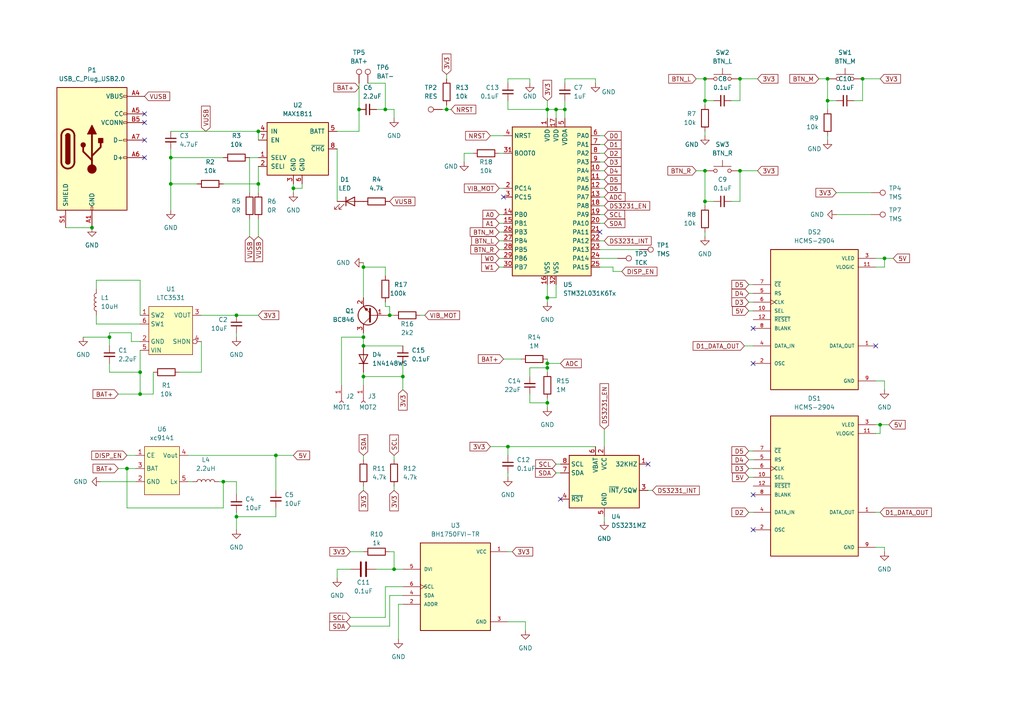
<source format=kicad_sch>
(kicad_sch (version 20230121) (generator eeschema)
  (paper "A4")
  (junction (at 68.58 91.44))
  (junction (at 105.41 77.47))
  (junction (at 31.75 97.79))
  (junction (at 111.76 31.75))
  (junction (at 256.54 74.93))
  (junction (at 113.03 91.44))
  (junction (at 240.03 22.86))
  (junction (at 163.83 31.75))
  (junction (at 85.09 54.61))
  (junction (at 105.41 109.22))
  (junction (at 158.75 116.84))
  (junction (at 26.67 66.04))
  (junction (at 158.75 106.68))
  (junction (at 204.47 49.53))
  (junction (at 36.83 135.89))
  (junction (at 255.27 123.19))
  (junction (at 129.54 31.75))
  (junction (at 204.47 22.86))
  (junction (at 105.41 97.79))
  (junction (at 158.75 105.41))
  (junction (at 240.03 29.21))
  (junction (at 49.53 53.34))
  (junction (at 204.47 29.21))
  (junction (at 80.01 132.08))
  (junction (at 64.77 139.7))
  (junction (at 74.93 53.34))
  (junction (at 68.58 149.86))
  (junction (at 114.3 165.1))
  (junction (at 116.84 109.22))
  (junction (at 74.93 38.1))
  (junction (at 147.32 129.54))
  (junction (at 104.14 31.75))
  (junction (at 204.47 58.42))
  (junction (at 105.41 100.33))
  (junction (at 40.64 107.95))
  (junction (at 161.29 31.75))
  (junction (at 214.63 22.86))
  (junction (at 49.53 45.72))
  (junction (at 214.63 49.53))
  (junction (at 158.75 86.36))
  (junction (at 40.64 114.3))
  (junction (at 250.19 22.86))
  (junction (at 158.75 31.75))
  (no_connect (at 41.91 45.72))
  (no_connect (at 41.91 40.64))
  (no_connect (at 218.44 95.25))
  (no_connect (at 187.96 134.62))
  (no_connect (at 162.56 144.78))
  (no_connect (at 218.44 105.41))
  (no_connect (at 218.44 143.51))
  (no_connect (at 146.05 57.15))
  (no_connect (at 41.91 33.02))
  (no_connect (at 254 100.33))
  (no_connect (at 218.44 153.67))
  (no_connect (at 41.91 35.56))
  (no_connect (at 173.99 67.31))
  (wire (pts (xy 175.26 41.91) (xy 173.99 41.91)))
  (wire (pts (xy 217.17 138.43) (xy 218.44 138.43)))
  (wire (pts (xy 201.93 22.86) (xy 204.47 22.86)))
  (wire (pts (xy 111.76 24.13) (xy 106.68 24.13)))
  (wire (pts (xy 147.32 29.21) (xy 147.32 31.75)))
  (wire (pts (xy 40.64 93.98) (xy 27.94 93.98)))
  (wire (pts (xy 31.75 97.79) (xy 31.75 100.33)))
  (wire (pts (xy 175.26 64.77) (xy 173.99 64.77)))
  (wire (pts (xy 72.39 63.5) (xy 72.39 68.58)))
  (wire (pts (xy 64.77 139.7) (xy 64.77 147.32)))
  (wire (pts (xy 217.17 85.09) (xy 218.44 85.09)))
  (wire (pts (xy 74.93 63.5) (xy 74.93 68.58)))
  (wire (pts (xy 104.14 38.1) (xy 104.14 31.75)))
  (wire (pts (xy 158.75 116.84) (xy 158.75 115.57)))
  (wire (pts (xy 173.99 77.47) (xy 177.8 77.47)))
  (wire (pts (xy 74.93 45.72) (xy 72.39 45.72)))
  (wire (pts (xy 105.41 77.47) (xy 105.41 86.36)))
  (wire (pts (xy 175.26 46.99) (xy 173.99 46.99)))
  (wire (pts (xy 116.84 105.41) (xy 116.84 109.22)))
  (wire (pts (xy 175.26 62.23) (xy 173.99 62.23)))
  (wire (pts (xy 64.77 139.7) (xy 68.58 139.7)))
  (wire (pts (xy 85.09 132.08) (xy 80.01 132.08)))
  (wire (pts (xy 40.64 81.28) (xy 40.64 91.44)))
  (wire (pts (xy 129.54 21.59) (xy 129.54 22.86)))
  (wire (pts (xy 38.1 99.06) (xy 38.1 96.52)))
  (wire (pts (xy 49.53 60.96) (xy 49.53 53.34)))
  (wire (pts (xy 247.65 29.21) (xy 250.19 29.21)))
  (wire (pts (xy 101.6 181.61) (xy 113.03 181.61)))
  (wire (pts (xy 85.09 54.61) (xy 85.09 55.88)))
  (wire (pts (xy 105.41 96.52) (xy 105.41 97.79)))
  (wire (pts (xy 158.75 105.41) (xy 158.75 106.68)))
  (wire (pts (xy 31.75 96.52) (xy 38.1 96.52)))
  (wire (pts (xy 113.03 88.9) (xy 113.03 91.44)))
  (wire (pts (xy 256.54 77.47) (xy 256.54 74.93)))
  (wire (pts (xy 163.83 29.21) (xy 163.83 31.75)))
  (wire (pts (xy 161.29 134.62) (xy 162.56 134.62)))
  (wire (pts (xy 256.54 110.49) (xy 254 110.49)))
  (wire (pts (xy 144.78 64.77) (xy 146.05 64.77)))
  (wire (pts (xy 217.17 90.17) (xy 218.44 90.17)))
  (wire (pts (xy 144.78 62.23) (xy 146.05 62.23)))
  (wire (pts (xy 105.41 76.2) (xy 105.41 77.47)))
  (wire (pts (xy 49.53 45.72) (xy 64.77 45.72)))
  (wire (pts (xy 153.67 114.3) (xy 153.67 116.84)))
  (wire (pts (xy 153.67 116.84) (xy 158.75 116.84)))
  (wire (pts (xy 175.26 54.61) (xy 173.99 54.61)))
  (wire (pts (xy 63.5 139.7) (xy 64.77 139.7)))
  (wire (pts (xy 105.41 97.79) (xy 105.41 100.33)))
  (wire (pts (xy 44.45 107.95) (xy 44.45 114.3)))
  (wire (pts (xy 128.27 31.75) (xy 129.54 31.75)))
  (wire (pts (xy 68.58 97.79) (xy 68.58 96.52)))
  (wire (pts (xy 242.57 55.88) (xy 252.73 55.88)))
  (wire (pts (xy 31.75 105.41) (xy 31.75 107.95)))
  (wire (pts (xy 204.47 29.21) (xy 207.01 29.21)))
  (wire (pts (xy 27.94 93.98) (xy 27.94 91.44)))
  (wire (pts (xy 148.59 160.02) (xy 147.32 160.02)))
  (wire (pts (xy 240.03 22.86) (xy 240.03 29.21)))
  (wire (pts (xy 44.45 114.3) (xy 40.64 114.3)))
  (wire (pts (xy 36.83 147.32) (xy 36.83 135.89)))
  (wire (pts (xy 68.58 148.59) (xy 68.58 149.86)))
  (wire (pts (xy 116.84 109.22) (xy 116.84 113.03)))
  (wire (pts (xy 214.63 49.53) (xy 219.71 49.53)))
  (wire (pts (xy 54.61 139.7) (xy 55.88 139.7)))
  (wire (pts (xy 114.3 165.1) (xy 116.84 165.1)))
  (wire (pts (xy 172.72 22.86) (xy 163.83 22.86)))
  (wire (pts (xy 144.78 54.61) (xy 146.05 54.61)))
  (wire (pts (xy 204.47 49.53) (xy 201.93 49.53)))
  (wire (pts (xy 116.84 109.22) (xy 105.41 109.22)))
  (wire (pts (xy 64.77 147.32) (xy 36.83 147.32)))
  (wire (pts (xy 111.76 77.47) (xy 105.41 77.47)))
  (wire (pts (xy 212.09 29.21) (xy 214.63 29.21)))
  (wire (pts (xy 31.75 97.79) (xy 31.75 96.52)))
  (wire (pts (xy 97.79 38.1) (xy 104.14 38.1)))
  (wire (pts (xy 49.53 53.34) (xy 57.15 53.34)))
  (wire (pts (xy 52.07 107.95) (xy 58.42 107.95)))
  (wire (pts (xy 189.23 142.24) (xy 187.96 142.24)))
  (wire (pts (xy 147.32 138.43) (xy 147.32 137.16)))
  (wire (pts (xy 214.63 29.21) (xy 214.63 22.86)))
  (wire (pts (xy 49.53 45.72) (xy 49.53 43.18)))
  (wire (pts (xy 31.75 107.95) (xy 40.64 107.95)))
  (wire (pts (xy 217.17 133.35) (xy 218.44 133.35)))
  (wire (pts (xy 204.47 22.86) (xy 204.47 29.21)))
  (wire (pts (xy 68.58 139.7) (xy 68.58 143.51)))
  (wire (pts (xy 68.58 91.44) (xy 58.42 91.44)))
  (wire (pts (xy 80.01 147.32) (xy 80.01 149.86)))
  (wire (pts (xy 74.93 91.44) (xy 68.58 91.44)))
  (wire (pts (xy 111.76 87.63) (xy 111.76 88.9)))
  (wire (pts (xy 64.77 53.34) (xy 74.93 53.34)))
  (wire (pts (xy 256.54 74.93) (xy 259.08 74.93)))
  (wire (pts (xy 175.26 59.69) (xy 173.99 59.69)))
  (wire (pts (xy 24.13 97.79) (xy 31.75 97.79)))
  (wire (pts (xy 204.47 49.53) (xy 204.47 58.42)))
  (wire (pts (xy 109.22 31.75) (xy 111.76 31.75)))
  (wire (pts (xy 49.53 38.1) (xy 74.93 38.1)))
  (wire (pts (xy 175.26 151.13) (xy 175.26 149.86)))
  (wire (pts (xy 177.8 77.47) (xy 177.8 78.74)))
  (wire (pts (xy 105.41 109.22) (xy 105.41 111.76)))
  (wire (pts (xy 254 77.47) (xy 256.54 77.47)))
  (wire (pts (xy 175.26 52.07) (xy 173.99 52.07)))
  (wire (pts (xy 237.49 22.86) (xy 240.03 22.86)))
  (wire (pts (xy 256.54 158.75) (xy 254 158.75)))
  (wire (pts (xy 240.03 40.64) (xy 240.03 39.37)))
  (wire (pts (xy 105.41 100.33) (xy 116.84 100.33)))
  (wire (pts (xy 153.67 22.86) (xy 147.32 22.86)))
  (wire (pts (xy 175.26 39.37) (xy 173.99 39.37)))
  (wire (pts (xy 105.41 132.08) (xy 105.41 133.35)))
  (wire (pts (xy 217.17 87.63) (xy 218.44 87.63)))
  (wire (pts (xy 214.63 22.86) (xy 219.71 22.86)))
  (wire (pts (xy 161.29 31.75) (xy 163.83 31.75)))
  (wire (pts (xy 146.05 104.14) (xy 151.13 104.14)))
  (wire (pts (xy 240.03 29.21) (xy 242.57 29.21)))
  (wire (pts (xy 115.57 175.26) (xy 115.57 185.42)))
  (wire (pts (xy 163.83 31.75) (xy 163.83 34.29)))
  (wire (pts (xy 111.76 170.18) (xy 116.84 170.18)))
  (wire (pts (xy 105.41 97.79) (xy 99.06 97.79)))
  (wire (pts (xy 158.75 118.11) (xy 158.75 116.84)))
  (wire (pts (xy 114.3 160.02) (xy 114.3 165.1)))
  (wire (pts (xy 134.62 46.99) (xy 134.62 44.45)))
  (wire (pts (xy 36.83 132.08) (xy 39.37 132.08)))
  (wire (pts (xy 68.58 149.86) (xy 68.58 153.67)))
  (wire (pts (xy 105.41 142.24) (xy 105.41 140.97)))
  (wire (pts (xy 144.78 74.93) (xy 146.05 74.93)))
  (wire (pts (xy 158.75 105.41) (xy 162.56 105.41)))
  (wire (pts (xy 34.29 135.89) (xy 36.83 135.89)))
  (wire (pts (xy 114.3 142.24) (xy 114.3 140.97)))
  (wire (pts (xy 240.03 31.75) (xy 240.03 29.21)))
  (wire (pts (xy 215.9 100.33) (xy 218.44 100.33)))
  (wire (pts (xy 104.14 31.75) (xy 104.14 24.13)))
  (wire (pts (xy 185.42 72.39) (xy 173.99 72.39)))
  (wire (pts (xy 129.54 31.75) (xy 130.81 31.75)))
  (wire (pts (xy 109.22 165.1) (xy 114.3 165.1)))
  (wire (pts (xy 74.93 38.1) (xy 74.93 40.64)))
  (wire (pts (xy 99.06 97.79) (xy 99.06 111.76)))
  (wire (pts (xy 129.54 30.48) (xy 129.54 31.75)))
  (wire (pts (xy 161.29 31.75) (xy 158.75 31.75)))
  (wire (pts (xy 49.53 53.34) (xy 49.53 45.72)))
  (wire (pts (xy 34.29 114.3) (xy 40.64 114.3)))
  (wire (pts (xy 147.32 129.54) (xy 147.32 132.08)))
  (wire (pts (xy 105.41 109.22) (xy 105.41 107.95)))
  (wire (pts (xy 250.19 22.86) (xy 255.27 22.86)))
  (wire (pts (xy 134.62 44.45) (xy 137.16 44.45)))
  (wire (pts (xy 19.05 66.04) (xy 26.67 66.04)))
  (wire (pts (xy 175.26 124.46) (xy 175.26 129.54)))
  (wire (pts (xy 142.24 129.54) (xy 147.32 129.54)))
  (wire (pts (xy 255.27 148.59) (xy 254 148.59)))
  (wire (pts (xy 175.26 69.85) (xy 173.99 69.85)))
  (wire (pts (xy 142.24 39.37) (xy 146.05 39.37)))
  (wire (pts (xy 74.93 48.26) (xy 74.93 53.34)))
  (wire (pts (xy 113.03 172.72) (xy 116.84 172.72)))
  (wire (pts (xy 80.01 149.86) (xy 68.58 149.86)))
  (wire (pts (xy 161.29 137.16) (xy 162.56 137.16)))
  (wire (pts (xy 158.75 82.55) (xy 158.75 86.36)))
  (wire (pts (xy 214.63 58.42) (xy 214.63 49.53)))
  (wire (pts (xy 113.03 91.44) (xy 114.3 91.44)))
  (wire (pts (xy 97.79 167.64) (xy 97.79 165.1)))
  (wire (pts (xy 254 123.19) (xy 255.27 123.19)))
  (wire (pts (xy 111.76 88.9) (xy 113.03 88.9)))
  (wire (pts (xy 217.17 130.81) (xy 218.44 130.81)))
  (wire (pts (xy 101.6 179.07) (xy 111.76 179.07)))
  (wire (pts (xy 27.94 83.82) (xy 27.94 81.28)))
  (wire (pts (xy 144.78 77.47) (xy 146.05 77.47)))
  (wire (pts (xy 158.75 31.75) (xy 158.75 34.29)))
  (wire (pts (xy 179.07 74.93) (xy 173.99 74.93)))
  (wire (pts (xy 172.72 24.13) (xy 172.72 22.86)))
  (wire (pts (xy 111.76 179.07) (xy 111.76 170.18)))
  (wire (pts (xy 161.29 31.75) (xy 161.29 34.29)))
  (wire (pts (xy 58.42 99.06) (xy 58.42 107.95)))
  (wire (pts (xy 144.78 72.39) (xy 146.05 72.39)))
  (wire (pts (xy 101.6 160.02) (xy 105.41 160.02)))
  (wire (pts (xy 74.93 53.34) (xy 74.93 55.88)))
  (wire (pts (xy 254 74.93) (xy 256.54 74.93)))
  (wire (pts (xy 153.67 106.68) (xy 158.75 106.68)))
  (wire (pts (xy 204.47 68.58) (xy 204.47 67.31)))
  (wire (pts (xy 217.17 82.55) (xy 218.44 82.55)))
  (wire (pts (xy 158.75 29.21) (xy 158.75 31.75)))
  (wire (pts (xy 158.75 104.14) (xy 158.75 105.41)))
  (wire (pts (xy 113.03 181.61) (xy 113.03 172.72)))
  (wire (pts (xy 72.39 45.72) (xy 72.39 55.88)))
  (wire (pts (xy 175.26 44.45) (xy 173.99 44.45)))
  (wire (pts (xy 111.76 31.75) (xy 111.76 24.13)))
  (wire (pts (xy 158.75 106.68) (xy 158.75 107.95)))
  (wire (pts (xy 97.79 58.42) (xy 97.79 43.18)))
  (wire (pts (xy 204.47 30.48) (xy 204.47 29.21)))
  (wire (pts (xy 80.01 132.08) (xy 54.61 132.08)))
  (wire (pts (xy 27.94 81.28) (xy 40.64 81.28)))
  (wire (pts (xy 158.75 86.36) (xy 158.75 87.63)))
  (wire (pts (xy 40.64 101.6) (xy 40.64 107.95)))
  (wire (pts (xy 175.26 49.53) (xy 173.99 49.53)))
  (wire (pts (xy 250.19 29.21) (xy 250.19 22.86)))
  (wire (pts (xy 114.3 34.29) (xy 114.3 31.75)))
  (wire (pts (xy 217.17 135.89) (xy 218.44 135.89)))
  (wire (pts (xy 212.09 58.42) (xy 214.63 58.42)))
  (wire (pts (xy 256.54 113.03) (xy 256.54 110.49)))
  (wire (pts (xy 97.79 165.1) (xy 101.6 165.1)))
  (wire (pts (xy 255.27 125.73) (xy 255.27 123.19)))
  (wire (pts (xy 152.4 182.88) (xy 152.4 180.34)))
  (wire (pts (xy 204.47 39.37) (xy 204.47 38.1)))
  (wire (pts (xy 161.29 82.55) (xy 161.29 86.36)))
  (wire (pts (xy 80.01 132.08) (xy 80.01 142.24)))
  (wire (pts (xy 175.26 57.15) (xy 173.99 57.15)))
  (wire (pts (xy 114.3 132.08) (xy 114.3 133.35)))
  (wire (pts (xy 153.67 109.22) (xy 153.67 106.68)))
  (wire (pts (xy 144.78 67.31) (xy 146.05 67.31)))
  (wire (pts (xy 217.17 148.59) (xy 218.44 148.59)))
  (wire (pts (xy 40.64 99.06) (xy 38.1 99.06)))
  (wire (pts (xy 163.83 22.86) (xy 163.83 24.13)))
  (wire (pts (xy 116.84 175.26) (xy 115.57 175.26)))
  (wire (pts (xy 147.32 22.86) (xy 147.32 24.13)))
  (wire (pts (xy 40.64 107.95) (xy 40.64 114.3)))
  (wire (pts (xy 113.03 160.02) (xy 114.3 160.02)))
  (wire (pts (xy 87.63 54.61) (xy 85.09 54.61)))
  (wire (pts (xy 254 125.73) (xy 255.27 125.73)))
  (wire (pts (xy 256.54 160.02) (xy 256.54 158.75)))
  (wire (pts (xy 153.67 24.13) (xy 153.67 22.86)))
  (wire (pts (xy 147.32 129.54) (xy 172.72 129.54)))
  (wire (pts (xy 147.32 31.75) (xy 158.75 31.75)))
  (wire (pts (xy 255.27 123.19) (xy 257.81 123.19)))
  (wire (pts (xy 87.63 53.34) (xy 87.63 54.61)))
  (wire (pts (xy 204.47 58.42) (xy 207.01 58.42)))
  (wire (pts (xy 144.78 69.85) (xy 146.05 69.85)))
  (wire (pts (xy 85.09 53.34) (xy 85.09 54.61)))
  (wire (pts (xy 36.83 135.89) (xy 39.37 135.89)))
  (wire (pts (xy 114.3 31.75) (xy 111.76 31.75)))
  (wire (pts (xy 29.21 139.7) (xy 39.37 139.7)))
  (wire (pts (xy 177.8 78.74) (xy 180.34 78.74)))
  (wire (pts (xy 161.29 86.36) (xy 158.75 86.36)))
  (wire (pts (xy 204.47 59.69) (xy 204.47 58.42)))
  (wire (pts (xy 242.57 62.23) (xy 252.73 62.23)))
  (wire (pts (xy 152.4 180.34) (xy 147.32 180.34)))
  (wire (pts (xy 144.78 44.45) (xy 146.05 44.45)))
  (wire (pts (xy 111.76 80.01) (xy 111.76 77.47)))
  (wire (pts (xy 123.19 91.44) (xy 121.92 91.44)))
  (global_label "DS3231_EN" (shape input) (at 175.26 59.69 0) (property "Intersheetrefs" "${INTERSHEET_REFS}" (effects hide)))
  (global_label "D1_DATA_OUT" (shape input) (at 255.27 148.59 0) (property "Intersheetrefs" "${INTERSHEET_REFS}" (effects hide)))
  (global_label "DS3231_EN" (shape input) (at 175.26 124.46 90) (property "Intersheetrefs" "${INTERSHEET_REFS}" (effects hide)))
  (global_label "D4" (shape input) (at 217.17 133.35 180) (property "Intersheetrefs" "${INTERSHEET_REFS}" (effects hide)))
  (global_label "3V3" (shape input) (at 116.84 113.03 270) (property "Intersheetrefs" "${INTERSHEET_REFS}" (effects hide)))
  (global_label "5V" (shape input) (at 85.09 132.08 0) (property "Intersheetrefs" "${INTERSHEET_REFS}" (effects hide)))
  (global_label "3V3" (shape input) (at 148.59 160.02 0) (property "Intersheetrefs" "${INTERSHEET_REFS}" (effects hide)))
  (global_label "VUSB" (shape input) (at 41.91 27.94 0) (property "Intersheetrefs" "${INTERSHEET_REFS}" (effects hide)))
  (global_label "3V3" (shape input) (at 242.57 55.88 180) (property "Intersheetrefs" "${INTERSHEET_REFS}" (effects hide)))
  (global_label "3V3" (shape input) (at 74.93 91.44 0) (property "Intersheetrefs" "${INTERSHEET_REFS}" (effects hide)))
  (global_label "D1" (shape input) (at 175.26 41.91 0) (property "Intersheetrefs" "${INTERSHEET_REFS}" (effects hide)))
  (global_label "D0" (shape input) (at 175.26 39.37 0) (property "Intersheetrefs" "${INTERSHEET_REFS}" (effects hide)))
  (global_label "D5" (shape input) (at 217.17 130.81 180) (property "Intersheetrefs" "${INTERSHEET_REFS}" (effects hide)))
  (global_label "3V3" (shape input) (at 129.54 21.59 90) (property "Intersheetrefs" "${INTERSHEET_REFS}" (effects hide)))
  (global_label "SCL" (shape input) (at 175.26 62.23 0) (property "Intersheetrefs" "${INTERSHEET_REFS}" (effects hide)))
  (global_label "BTN_R" (shape input) (at 201.93 49.53 180) (property "Intersheetrefs" "${INTERSHEET_REFS}" (effects hide)))
  (global_label "ADC" (shape input) (at 175.26 57.15 0) (property "Intersheetrefs" "${INTERSHEET_REFS}" (effects hide)))
  (global_label "3V3" (shape input) (at 105.41 142.24 270) (property "Intersheetrefs" "${INTERSHEET_REFS}" (effects hide)))
  (global_label "D1_DATA_OUT" (shape input) (at 215.9 100.33 180) (property "Intersheetrefs" "${INTERSHEET_REFS}" (effects hide)))
  (global_label "SCL" (shape input) (at 101.6 179.07 180) (property "Intersheetrefs" "${INTERSHEET_REFS}" (effects hide)))
  (global_label "D2" (shape input) (at 217.17 148.59 180) (property "Intersheetrefs" "${INTERSHEET_REFS}" (effects hide)))
  (global_label "D3" (shape input) (at 217.17 87.63 180) (property "Intersheetrefs" "${INTERSHEET_REFS}" (effects hide)))
  (global_label "SCL" (shape input) (at 114.3 132.08 90) (property "Intersheetrefs" "${INTERSHEET_REFS}" (effects hide)))
  (global_label "3V3" (shape input) (at 255.27 22.86 0) (property "Intersheetrefs" "${INTERSHEET_REFS}" (effects hide)))
  (global_label "3V3" (shape input) (at 142.24 129.54 180) (property "Intersheetrefs" "${INTERSHEET_REFS}" (effects hide)))
  (global_label "5V" (shape input) (at 217.17 90.17 180) (property "Intersheetrefs" "${INTERSHEET_REFS}" (effects hide)))
  (global_label "3V3" (shape input) (at 219.71 49.53 0) (property "Intersheetrefs" "${INTERSHEET_REFS}" (effects hide)))
  (global_label "SCL" (shape input) (at 161.29 134.62 180) (property "Intersheetrefs" "${INTERSHEET_REFS}" (effects hide)))
  (global_label "W1" (shape input) (at 144.78 77.47 180) (property "Intersheetrefs" "${INTERSHEET_REFS}" (effects hide)))
  (global_label "3V3" (shape input) (at 114.3 142.24 270) (property "Intersheetrefs" "${INTERSHEET_REFS}" (effects hide)))
  (global_label "SDA" (shape input) (at 175.26 64.77 0) (property "Intersheetrefs" "${INTERSHEET_REFS}" (effects hide)))
  (global_label "ADC" (shape input) (at 162.56 105.41 0) (property "Intersheetrefs" "${INTERSHEET_REFS}" (effects hide)))
  (global_label "A0" (shape input) (at 144.78 62.23 180) (property "Intersheetrefs" "${INTERSHEET_REFS}" (effects hide)))
  (global_label "DISP_EN" (shape input) (at 180.34 78.74 0) (property "Intersheetrefs" "${INTERSHEET_REFS}" (effects hide)))
  (global_label "BTN_R" (shape input) (at 144.78 72.39 180) (property "Intersheetrefs" "${INTERSHEET_REFS}" (effects hide)))
  (global_label "D3" (shape input) (at 175.26 46.99 0) (property "Intersheetrefs" "${INTERSHEET_REFS}" (effects hide)))
  (global_label "BAT+" (shape input) (at 34.29 135.89 180) (property "Intersheetrefs" "${INTERSHEET_REFS}" (effects hide)))
  (global_label "VUSB" (shape input) (at 59.69 38.1 90) (property "Intersheetrefs" "${INTERSHEET_REFS}" (effects hide)))
  (global_label "NRST" (shape input) (at 142.24 39.37 180) (property "Intersheetrefs" "${INTERSHEET_REFS}" (effects hide)))
  (global_label "VIB_MOT" (shape input) (at 123.19 91.44 0) (property "Intersheetrefs" "${INTERSHEET_REFS}" (effects hide)))
  (global_label "BAT+" (shape input) (at 34.29 114.3 180) (property "Intersheetrefs" "${INTERSHEET_REFS}" (effects hide)))
  (global_label "BAT+" (shape input) (at 104.14 25.4 180) (property "Intersheetrefs" "${INTERSHEET_REFS}" (effects hide)))
  (global_label "D5" (shape input) (at 217.17 82.55 180) (property "Intersheetrefs" "${INTERSHEET_REFS}" (effects hide)))
  (global_label "D6" (shape input) (at 175.26 54.61 0) (property "Intersheetrefs" "${INTERSHEET_REFS}" (effects hide)))
  (global_label "BTN_M" (shape input) (at 144.78 67.31 180) (property "Intersheetrefs" "${INTERSHEET_REFS}" (effects hide)))
  (global_label "VIB_MOT" (shape input) (at 144.78 54.61 180) (property "Intersheetrefs" "${INTERSHEET_REFS}" (effects hide)))
  (global_label "3V3" (shape input) (at 158.75 29.21 90) (property "Intersheetrefs" "${INTERSHEET_REFS}" (effects hide)))
  (global_label "DISP_EN" (shape input) (at 36.83 132.08 180) (property "Intersheetrefs" "${INTERSHEET_REFS}" (effects hide)))
  (global_label "5V" (shape input) (at 259.08 74.93 0) (property "Intersheetrefs" "${INTERSHEET_REFS}" (effects hide)))
  (global_label "BTN_L" (shape input) (at 144.78 69.85 180) (property "Intersheetrefs" "${INTERSHEET_REFS}" (effects hide)))
  (global_label "DS3231_INT" (shape input) (at 189.23 142.24 0) (property "Intersheetrefs" "${INTERSHEET_REFS}" (effects hide)))
  (global_label "A1" (shape input) (at 144.78 64.77 180) (property "Intersheetrefs" "${INTERSHEET_REFS}" (effects hide)))
  (global_label "5V" (shape input) (at 257.81 123.19 0) (property "Intersheetrefs" "${INTERSHEET_REFS}" (effects hide)))
  (global_label "DS3231_INT" (shape input) (at 175.26 69.85 0) (property "Intersheetrefs" "${INTERSHEET_REFS}" (effects hide)))
  (global_label "3V3" (shape input) (at 101.6 160.02 180) (property "Intersheetrefs" "${INTERSHEET_REFS}" (effects hide)))
  (global_label "NRST" (shape input) (at 130.81 31.75 0) (property "Intersheetrefs" "${INTERSHEET_REFS}" (effects hide)))
  (global_label "BTN_L" (shape input) (at 201.93 22.86 180) (property "Intersheetrefs" "${INTERSHEET_REFS}" (effects hide)))
  (global_label "SDA" (shape input) (at 105.41 132.08 90) (property "Intersheetrefs" "${INTERSHEET_REFS}" (effects hide)))
  (global_label "BAT+" (shape input) (at 146.05 104.14 180) (property "Intersheetrefs" "${INTERSHEET_REFS}" (effects hide)))
  (global_label "VUSB" (shape input) (at 113.03 58.42 0) (property "Intersheetrefs" "${INTERSHEET_REFS}" (effects hide)))
  (global_label "W0" (shape input) (at 144.78 74.93 180) (property "Intersheetrefs" "${INTERSHEET_REFS}" (effects hide)))
  (global_label "BTN_M" (shape input) (at 237.49 22.86 180) (property "Intersheetrefs" "${INTERSHEET_REFS}" (effects hide)))
  (global_label "5V" (shape input) (at 217.17 138.43 180) (property "Intersheetrefs" "${INTERSHEET_REFS}" (effects hide)))
  (global_label "D4" (shape input) (at 217.17 85.09 180) (property "Intersheetrefs" "${INTERSHEET_REFS}" (effects hide)))
  (global_label "D5" (shape input) (at 175.26 52.07 0) (property "Intersheetrefs" "${INTERSHEET_REFS}" (effects hide)))
  (global_label "VUSB" (shape input) (at 74.93 68.58 270) (property "Intersheetrefs" "${INTERSHEET_REFS}" (effects hide)))
  (global_label "SDA" (shape input) (at 161.29 137.16 180) (property "Intersheetrefs" "${INTERSHEET_REFS}" (effects hide)))
  (global_label "D3" (shape input) (at 217.17 135.89 180) (property "Intersheetrefs" "${INTERSHEET_REFS}" (effects hide)))
  (global_label "D4" (shape input) (at 175.26 49.53 0) (property "Intersheetrefs" "${INTERSHEET_REFS}" (effects hide)))
  (global_label "VUSB" (shape input) (at 72.39 68.58 270) (property "Intersheetrefs" "${INTERSHEET_REFS}" (effects hide)))
  (global_label "SDA" (shape input) (at 101.6 181.61 180) (property "Intersheetrefs" "${INTERSHEET_REFS}" (effects hide)))
  (global_label "D2" (shape input) (at 175.26 44.45 0) (property "Intersheetrefs" "${INTERSHEET_REFS}" (effects hide)))
  (global_label "3V3" (shape input) (at 219.71 22.86 0) (property "Intersheetrefs" "${INTERSHEET_REFS}" (effects hide)))
  (symbol (lib_id "Device:R") (at 154.94 104.14 90) (unit 1)
    (property "Reference" "R14" (at 154.94 97.79 90))
    (property "Value" "1M" (at 154.94 100.33 90))
    (property "Footprint" "Resistor_SMD:R_0603_1608Metric_Pad0.98x0.95mm_HandSolder" (effects hide))
  )
  (symbol (lib_id "Device:C_Small") (at 245.11 29.21 270) (unit 1)
    (property "Reference" "C10" (at 245.1036 22.86 90))
    (property "Value" "0.1uF" (at 245.1036 25.4 90))
    (property "Footprint" "Capacitor_SMD:C_0603_1608Metric_Pad1.08x0.95mm_HandSolder" (effects hide))
  )
  (symbol (lib_id "Device:R") (at 114.3 137.16 0) (unit 1)
    (property "Reference" "R12" (at 116.84 135.8899 0) (effects (justify left)))
    (property "Value" "4.7k" (at 116.84 138.4299 0) (effects (justify left)))
    (property "Footprint" "Resistor_SMD:R_0603_1608Metric_Pad0.98x0.95mm_HandSolder" (effects hide))
  )
  (symbol (lib_id "power:GND") (at 114.3 34.29 0) (unit 1)
    (property "Reference" "#PWR09" (effects hide))
    (property "Value" "GND" (at 114.3 39.37 0))
  )
  (symbol (lib_id "Device:R") (at 105.41 137.16 0) (unit 1)
    (property "Reference" "R11" (at 107.95 135.8899 0) (effects (justify left)))
    (property "Value" "4.7k" (at 107.95 138.4299 0) (effects (justify left)))
    (property "Footprint" "Resistor_SMD:R_0603_1608Metric_Pad0.98x0.95mm_HandSolder" (effects hide))
  )
  (symbol (lib_id "Device:C_Small") (at 147.32 26.67 0) (mirror x) (unit 1)
    (property "Reference" "C13" (at 144.78 25.3935 0) (effects (justify right)))
    (property "Value" "0.1uF" (at 144.78 27.9335 0) (effects (justify right)))
    (property "Footprint" "Capacitor_SMD:C_0603_1608Metric_Pad1.08x0.95mm_HandSolder" (effects hide))
  )
  (symbol (lib_id "Transistor_BJT:BC846") (at 107.95 91.44 180) (unit 1)
    (property "Reference" "Q1" (at 102.87 90.1699 0) (effects (justify left)))
    (property "Value" "BC846" (at 102.87 92.7099 0) (effects (justify left)))
    (property "Footprint" "Package_TO_SOT_SMD:SOT-23" (effects hide))
    (property "Datasheet" "https://assets.nexperia.com/documents/data-sheet/BC846_SER.pdf" (effects hide))
  )
  (symbol (lib_id "power:GND") (at 175.26 151.13 0) (unit 1)
    (property "Reference" "#PWR0104" (effects hide))
    (property "Value" "GND" (at 175.26 156.21 0))
  )
  (symbol (lib_id "power:GND") (at 105.41 76.2 270) (unit 1)
    (property "Reference" "#PWR0117" (effects hide))
    (property "Value" "GND" (at 101.6 76.1999 90) (effects (justify right)))
  )
  (symbol (lib_id "Device:L") (at 27.94 87.63 180) (unit 1)
    (property "Reference" "L1" (at 29.21 86.3599 0) (effects (justify right)))
    (property "Value" "10uH" (at 29.21 88.8999 0) (effects (justify right)))
    (property "Footprint" "Inductor_SMD:L_0603_1608Metric_Pad1.05x0.95mm_HandSolder" (effects hide))
  )
  (symbol (lib_id "power:GND") (at 85.09 55.88 0) (unit 1)
    (property "Reference" "#PWR08" (effects hide))
    (property "Value" "GND" (at 85.09 60.96 0))
  )
  (symbol (lib_id "Connector:TestPoint") (at 106.68 24.13 0) (unit 1)
    (property "Reference" "TP6" (at 109.22 19.5579 0) (effects (justify left)))
    (property "Value" "BAT-" (at 109.22 22.0979 0) (effects (justify left)))
    (property "Footprint" "TestPoint:TestPoint_Pad_1.5x1.5mm" (effects hide))
  )
  (symbol (lib_id "Device:C_Small") (at 209.55 58.42 90) (unit 1)
    (property "Reference" "C9" (at 209.5563 52.07 90))
    (property "Value" "0.1uF" (at 209.5563 54.61 90))
    (property "Footprint" "Capacitor_SMD:C_0603_1608Metric_Pad1.08x0.95mm_HandSolder" (effects hide))
  )
  (symbol (lib_id "Device:C_Small") (at 68.58 93.98 0) (unit 1)
    (property "Reference" "C2" (at 66.04 92.7162 0) (effects (justify right)))
    (property "Value" "10uF" (at 66.04 95.2562 0) (effects (justify right)))
    (property "Footprint" "Capacitor_SMD:C_0603_1608Metric_Pad1.08x0.95mm_HandSolder" (effects hide))
  )
  (symbol (lib_id "Connector:TestPoint") (at 128.27 31.75 90) (unit 1)
    (property "Reference" "TP2" (at 124.968 25.4 90))
    (property "Value" "RES" (at 124.968 27.94 90))
    (property "Footprint" "TestPoint:TestPoint_Pad_1.5x1.5mm" (effects hide))
  )
  (symbol (lib_id "power:GND") (at 68.58 153.67 0) (unit 1)
    (property "Reference" "#PWR0112" (effects hide))
    (property "Value" "GND" (at 68.58 158.75 0))
  )
  (symbol (lib_id "Connector:TestPoint") (at 252.73 55.88 270) (unit 1)
    (property "Reference" "TP4" (at 257.81 54.6099 90) (effects (justify left)))
    (property "Value" "TMS" (at 257.81 57.1499 90) (effects (justify left)))
    (property "Footprint" "TestPoint:TestPoint_Pad_1.5x1.5mm" (effects hide))
  )
  (symbol (lib_id "power:GND") (at 242.57 62.23 270) (unit 1)
    (property "Reference" "#PWR0119" (effects hide))
    (property "Value" "GND" (at 234.95 62.23 90) (effects (justify left)))
  )
  (symbol (lib_id "Connector:TestPoint") (at 104.14 24.13 0) (unit 1)
    (property "Reference" "TP5" (at 104.14 15.24 0))
    (property "Value" "BAT+" (at 104.14 17.78 0))
    (property "Footprint" "TestPoint:TestPoint_Pad_1.5x1.5mm" (effects hide))
  )
  (symbol (lib_id "power:GND") (at 256.54 113.03 0) (unit 1)
    (property "Reference" "#PWR06" (effects hide))
    (property "Value" "GND" (at 256.54 118.11 0))
  )
  (symbol (lib_id "power:GND") (at 152.4 182.88 0) (unit 1)
    (property "Reference" "#PWR010" (effects hide))
    (property "Value" "GND" (at 152.4 187.96 0))
  )
  (symbol (lib_id "Device:R") (at 72.39 59.69 0) (unit 1)
    (property "Reference" "R5" (at 69.85 58.4199 0) (effects (justify right)))
    (property "Value" "0R" (at 69.85 60.9599 0) (effects (justify right)))
    (property "Footprint" "Resistor_SMD:R_0603_1608Metric_Pad0.98x0.95mm_HandSolder" (effects hide))
  )
  (symbol (lib_id "Device:C_Small") (at 147.32 134.62 0) (unit 1)
    (property "Reference" "C12" (at 149.86 133.3562 0) (effects (justify left)))
    (property "Value" "0.1uF" (at 149.86 135.8962 0) (effects (justify left)))
    (property "Footprint" "Capacitor_SMD:C_0603_1608Metric_Pad1.08x0.95mm_HandSolder" (effects hide))
  )
  (symbol (lib_id "power:GND") (at 172.72 24.13 0) (unit 1)
    (property "Reference" "#PWR0101" (effects hide))
    (property "Value" "GND" (at 176.53 26.67 0))
  )
  (symbol (lib_id "Connector:Conn_01x01_Female") (at 105.41 116.84 270) (unit 1)
    (property "Reference" "J3" (at 106.68 114.9349 90) (effects (justify left)))
    (property "Value" "MOT2" (at 104.14 118.11 90) (effects (justify left)))
    (property "Footprint" "TestPoint:TestPoint_Pad_D2.0mm" (effects hide))
  )
  (symbol (lib_id "power:GND") (at 68.58 97.79 0) (unit 1)
    (property "Reference" "#PWR03" (effects hide))
    (property "Value" "GND" (at 68.58 102.87 0))
  )
  (symbol (lib_id "Device:C_Small") (at 49.53 40.64 0) (unit 1)
    (property "Reference" "C3" (at 52.07 39.3762 0) (effects (justify left)))
    (property "Value" "4.7uF" (at 52.07 41.9162 0) (effects (justify left)))
    (property "Footprint" "Capacitor_SMD:C_0603_1608Metric_Pad1.08x0.95mm_HandSolder" (effects hide))
  )
  (symbol (lib_id "Diode:1N4148WS") (at 105.41 104.14 90) (unit 1)
    (property "Reference" "D4" (at 107.95 102.8699 90) (effects (justify right)))
    (property "Value" "1N4148WS" (at 107.95 105.4099 90) (effects (justify right)))
    (property "Footprint" "Diode_SMD:D_SOD-323" (effects hide))
    (property "Datasheet" "https://www.vishay.com/docs/85751/1n4148ws.pdf" (effects hide))
  )
  (symbol (lib_id "power:GND") (at 153.67 24.13 0) (mirror y) (unit 1)
    (property "Reference" "#PWR014" (effects hide))
    (property "Value" "GND" (at 153.67 27.94 0))
  )
  (symbol (lib_id "Device:C_Small") (at 106.68 31.75 90) (unit 1)
    (property "Reference" "C6" (at 106.6863 25.4 90))
    (property "Value" "2.2uF" (at 107.95 27.94 90))
    (property "Footprint" "Capacitor_SMD:C_0603_1608Metric_Pad1.08x0.95mm_HandSolder" (effects hide))
  )
  (symbol (lib_id "power:GND") (at 24.13 97.79 0) (unit 1)
    (property "Reference" "#PWR01" (effects hide))
    (property "Value" "GND" (at 24.13 102.87 0))
  )
  (symbol (lib_id "power:GND") (at 240.03 40.64 0) (unit 1)
    (property "Reference" "#PWR07" (effects hide))
    (property "Value" "GND" (at 236.22 43.18 0))
  )
  (symbol (lib_id "Connector:TestPoint") (at 179.07 74.93 270) (unit 1)
    (property "Reference" "TP3" (at 184.15 73.6599 90) (effects (justify left)))
    (property "Value" "TCK" (at 184.15 76.1999 90) (effects (justify left)))
    (property "Footprint" "TestPoint:TestPoint_Pad_1.5x1.5mm" (effects hide))
  )
  (symbol (lib_id "Device:C_Small") (at 80.01 144.78 0) (unit 1)
    (property "Reference" "C5" (at 82.55 143.5162 0) (effects (justify left)))
    (property "Value" "10uF" (at 82.55 146.0562 0) (effects (justify left)))
    (property "Footprint" "Capacitor_SMD:C_0603_1608Metric_Pad1.08x0.95mm_HandSolder" (effects hide))
  )
  (symbol (lib_id "Device:R") (at 111.76 83.82 0) (unit 1)
    (property "Reference" "R17" (at 114.3 82.55 0) (effects (justify left)))
    (property "Value" "100k" (at 113.03 85.09 0) (effects (justify left)))
    (property "Footprint" "Resistor_SMD:R_0603_1608Metric_Pad0.98x0.95mm_HandSolder" (effects hide))
  )
  (symbol (lib_id "Connector:USB_C_Plug_USB2.0") (at 26.67 43.18 0) (unit 1)
    (property "Reference" "P1" (at 26.67 20.32 0))
    (property "Value" "USB_C_Plug_USB2.0" (at 26.67 22.86 0))
    (property "Footprint" "USB-C-Connectors:TYPE-C-31-M-17_handsolder" (effects hide))
    (property "Datasheet" "https://www.usb.org/sites/default/files/documents/usb_type-c.zip" (effects hide))
  )
  (symbol (lib_id "Switch:SW_Push") (at 245.11 22.86 0) (unit 1)
    (property "Reference" "SW1" (at 245.11 15.24 0))
    (property "Value" "BTN_M" (at 245.11 17.78 0))
    (property "Footprint" "Button_Switch_SMD:SW_SPST_PTS810" (effects hide))
  )
  (symbol (lib_id "power:GND") (at 26.67 66.04 0) (unit 1)
    (property "Reference" "#PWR02" (effects hide))
    (property "Value" "GND" (at 26.67 71.12 0))
  )
  (symbol (lib_id "Connector:Conn_01x01_Female") (at 99.06 116.84 270) (unit 1)
    (property "Reference" "J2" (at 100.33 114.9349 90) (effects (justify left)))
    (property "Value" "MOT1" (at 96.52 118.11 90) (effects (justify left)))
    (property "Footprint" "TestPoint:TestPoint_Pad_D2.0mm" (effects hide))
  )
  (symbol (lib_id "Device:R") (at 74.93 59.69 0) (unit 1)
    (property "Reference" "R6" (at 77.47 58.4199 0) (effects (justify left)))
    (property "Value" "0R" (at 77.47 60.9599 0) (effects (justify left)))
    (property "Footprint" "Resistor_SMD:R_0603_1608Metric_Pad0.98x0.95mm_HandSolder" (effects hide))
  )
  (symbol (lib_id "Device:C_Small") (at 209.55 29.21 270) (unit 1)
    (property "Reference" "C8" (at 209.5436 22.86 90))
    (property "Value" "0.1uF" (at 209.5436 25.4 90))
    (property "Footprint" "Capacitor_SMD:C_0603_1608Metric_Pad1.08x0.95mm_HandSolder" (effects hide))
  )
  (symbol (lib_name "GND_1") (lib_id "power:GND") (at 97.79 167.64 0) (unit 1)
    (property "Reference" "#PWR011" (effects hide))
    (property "Value" "GND" (at 97.79 172.72 0))
  )
  (symbol (lib_id "power:GND") (at 204.47 68.58 0) (unit 1)
    (property "Reference" "#PWR0105" (effects hide))
    (property "Value" "GND" (at 204.47 73.66 0))
  )
  (symbol (lib_id "Timer_RTC:DS3231MZ") (at 175.26 139.7 0) (unit 1)
    (property "Reference" "U4" (at 177.2794 149.86 0) (effects (justify left)))
    (property "Value" "DS3231MZ" (at 177.2794 152.4 0) (effects (justify left)))
    (property "Footprint" "Package_SO:SOIC-8_3.9x4.9mm_P1.27mm" (effects hide))
    (property "Datasheet" "http://datasheets.maximintegrated.com/en/ds/DS3231M.pdf" (effects hide))
  )
  (symbol (lib_id "Device:R") (at 109.22 58.42 90) (unit 1)
    (property "Reference" "R4" (at 109.22 52.07 90))
    (property "Value" "4.7k" (at 109.22 54.61 90))
    (property "Footprint" "Resistor_SMD:R_0603_1608Metric_Pad0.98x0.95mm_HandSolder" (effects hide))
  )
  (symbol (lib_id "power:GND") (at 256.54 160.02 0) (unit 1)
    (property "Reference" "#PWR05" (effects hide))
    (property "Value" "GND" (at 256.54 165.1 0))
  )
  (symbol (lib_id "HCMS-2901:HCMS-2901") (at 236.22 92.71 0) (unit 1)
    (property "Reference" "DS2" (at 236.22 67.31 0))
    (property "Value" "HCMS-2904" (at 236.22 69.85 0))
    (property "Footprint" "HCMS-290x:DIPS762W51P254L1778H508Q12" (effects hide))
    (property "MF" "Broadcom Limited" (effects hide))
    (property "Description" "\nDot Matrix Display Module 5 x 7 - Yellow - Serial 0.70 L x 0.40 W x 0.20 H (17.80mm x 10.20mm x 5.10mm)\n" (effects hide))
    (property "Package" "None" (effects hide))
    (property "Price" "None" (effects hide))
    (property "STANDARD" "IPC-7251" (effects hide))
    (property "PARTREV" "N/A" (effects hide))
    (property "SnapEDA_Link" "https://www.snapeda.com/parts/HCMS-2901/Broadcom+Limited/view-part/?ref=snap" (effects hide))
    (property "MP" "HCMS-2901" (effects hide))
    (property "Purchase-URL" "https://www.snapeda.com/api/url_track_click_mouser/?unipart_id=2743915&manufacturer=Broadcom Limited&part_name=HCMS-2901&search_term=None" (effects hide))
    (property "Availability" "In Stock" (effects hide))
    (property "Check_prices" "https://www.snapeda.com/parts/HCMS-2901/Broadcom+Limited/view-part/?ref=eda" (effects hide))
  )
  (symbol (lib_id "Device:R") (at 68.58 45.72 90) (unit 1)
    (property "Reference" "R3" (at 68.58 39.37 90))
    (property "Value" "10k" (at 68.58 41.91 90))
    (property "Footprint" "Resistor_SMD:R_0603_1608Metric_Pad0.98x0.95mm_HandSolder" (effects hide))
  )
  (symbol (lib_id "Device:C") (at 105.41 165.1 90) (unit 1)
    (property "Reference" "C11" (at 105.41 168.91 90))
    (property "Value" "0.1uF" (at 105.41 171.45 90))
    (property "Footprint" "Capacitor_SMD:C_0603_1608Metric_Pad1.08x0.95mm_HandSolder" (effects hide))
  )
  (symbol (lib_id "Device:R") (at 204.47 34.29 180) (unit 1)
    (property "Reference" "R7" (at 201.93 33.0199 0) (effects (justify left)))
    (property "Value" "10k" (at 201.93 35.5599 0) (effects (justify left)))
    (property "Footprint" "Resistor_SMD:R_0603_1608Metric_Pad0.98x0.95mm_HandSolder" (effects hide))
  )
  (symbol (lib_name "GND_1") (lib_id "power:GND") (at 115.57 185.42 0) (unit 1)
    (property "Reference" "#PWR012" (effects hide))
    (property "Value" "GND" (at 115.57 190.5 0))
  )
  (symbol (lib_id "ltc3531:LTC3531") (at 49.53 96.52 0) (unit 1)
    (property "Reference" "U1" (at 49.53 83.82 0))
    (property "Value" "LTC3531" (at 49.53 86.36 0))
    (property "Footprint" "Package_TO_SOT_SMD:TSOT-23-6" (effects hide))
  )
  (symbol (lib_id "Device:R") (at 140.97 44.45 90) (unit 1)
    (property "Reference" "R18" (at 140.97 46.99 90))
    (property "Value" "10k" (at 140.97 49.53 90))
    (property "Footprint" "Resistor_SMD:R_0603_1608Metric_Pad0.98x0.95mm_HandSolder" (effects hide))
  )
  (symbol (lib_id "Device:R") (at 48.26 107.95 90) (unit 1)
    (property "Reference" "R1" (at 48.26 111.76 90))
    (property "Value" "10k" (at 48.26 114.3 90))
    (property "Footprint" "Resistor_SMD:R_0603_1608Metric_Pad0.98x0.95mm_HandSolder" (effects hide))
  )
  (symbol (lib_id "Device:C_Small") (at 68.58 146.05 180) (unit 1)
    (property "Reference" "C4" (at 71.12 144.7735 0) (effects (justify right)))
    (property "Value" "10uF" (at 71.12 147.3135 0) (effects (justify right)))
    (property "Footprint" "Capacitor_SMD:C_0603_1608Metric_Pad1.08x0.95mm_HandSolder" (effects hide))
  )
  (symbol (lib_id "Device:R") (at 240.03 35.56 180) (unit 1)
    (property "Reference" "R9" (at 237.49 34.2899 0) (effects (justify left)))
    (property "Value" "10k" (at 237.49 36.8299 0) (effects (justify left)))
    (property "Footprint" "Resistor_SMD:R_0603_1608Metric_Pad0.98x0.95mm_HandSolder" (effects hide))
  )
  (symbol (lib_id "Device:R") (at 109.22 160.02 90) (unit 1)
    (property "Reference" "R10" (at 109.22 154.94 90))
    (property "Value" "1k" (at 109.22 157.48 90))
    (property "Footprint" "Resistor_SMD:R_0603_1608Metric_Pad0.98x0.95mm_HandSolder" (effects hide))
  )
  (symbol (lib_id "Device:LED") (at 101.6 58.42 0) (unit 1)
    (property "Reference" "D1" (at 100.0125 52.07 0))
    (property "Value" "LED" (at 100.0125 54.61 0))
    (property "Footprint" "LED_SMD:LED_1206_3216Metric_Pad1.42x1.75mm_HandSolder" (effects hide))
  )
  (symbol (lib_id "power:GND") (at 49.53 60.96 0) (unit 1)
    (property "Reference" "#PWR04" (effects hide))
    (property "Value" "GND" (at 49.53 66.04 0))
  )
  (symbol (lib_id "power:GND") (at 134.62 46.99 0) (unit 1)
    (property "Reference" "#PWR0118" (effects hide))
    (property "Value" "GND" (at 130.81 48.26 0))
  )
  (symbol (lib_id "power:GND") (at 158.75 87.63 0) (unit 1)
    (property "Reference" "#PWR0102" (effects hide))
    (property "Value" "GND" (at 158.75 92.71 0))
  )
  (symbol (lib_id "Device:R") (at 60.96 53.34 90) (unit 1)
    (property "Reference" "R2" (at 60.96 46.99 90))
    (property "Value" "10k" (at 60.96 49.53 90))
    (property "Footprint" "Resistor_SMD:R_0603_1608Metric_Pad0.98x0.95mm_HandSolder" (effects hide))
  )
  (symbol (lib_id "Connector:TestPoint") (at 252.73 62.23 270) (unit 1)
    (property "Reference" "TP7" (at 257.81 60.9599 90) (effects (justify left)))
    (property "Value" "TMS" (at 257.81 63.4999 90) (effects (justify left)))
    (property "Footprint" "TestPoint:TestPoint_Pad_1.5x1.5mm" (effects hide))
  )
  (symbol (lib_id "Device:C_Small") (at 153.67 111.76 180) (unit 1)
    (property "Reference" "C14" (at 151.13 110.4835 0) (effects (justify left)))
    (property "Value" "22uF" (at 151.13 113.0235 0) (effects (justify left)))
    (property "Footprint" "Capacitor_SMD:C_0603_1608Metric_Pad1.08x0.95mm_HandSolder" (effects hide))
  )
  (symbol (lib_id "xc9141:xc9141") (at 46.99 128.27 0) (unit 1)
    (property "Reference" "U6" (at 46.99 124.46 0))
    (property "Value" "xc9141" (at 46.99 127 0))
    (property "Footprint" "Package_TO_SOT_SMD:SOT-23-5" (effects hide))
  )
  (symbol (lib_id "Device:R") (at 158.75 111.76 0) (unit 1)
    (property "Reference" "R15" (at 161.29 110.4899 0) (effects (justify left)))
    (property "Value" "1M" (at 161.29 113.0299 0) (effects (justify left)))
    (property "Footprint" "Resistor_SMD:R_0603_1608Metric_Pad0.98x0.95mm_HandSolder" (effects hide))
  )
  (symbol (lib_id "Connector:TestPoint") (at 185.42 72.39 270) (unit 1)
    (property "Reference" "TP1" (at 190.5 71.1199 90) (effects (justify left)))
    (property "Value" "TMS" (at 190.5 73.6599 90) (effects (justify left)))
    (property "Footprint" "TestPoint:TestPoint_Pad_1.5x1.5mm" (effects hide))
  )
  (symbol (lib_id "Switch:SW_Push") (at 209.55 49.53 0) (unit 1)
    (property "Reference" "SW3" (at 209.55 41.91 0))
    (property "Value" "BTN_R" (at 209.55 44.45 0))
    (property "Footprint" "Button_Switch_SMD:SW_SPST_PTS810" (effects hide))
  )
  (symbol (lib_id "power:GND") (at 147.32 138.43 0) (unit 1)
    (property "Reference" "#PWR013" (effects hide))
    (property "Value" "GND" (at 147.32 143.51 0))
  )
  (symbol (lib_id "HCMS-2901:HCMS-2901") (at 236.22 140.97 0) (unit 1)
    (property "Reference" "DS1" (at 236.22 115.57 0))
    (property "Value" "HCMS-2904" (at 236.22 118.11 0))
    (property "Footprint" "HCMS-290x:DIPS762W51P254L1778H508Q12" (effects hide))
    (property "MF" "Broadcom Limited" (effects hide))
    (property "Description" "\nDot Matrix Display Module 5 x 7 - Yellow - Serial 0.70 L x 0.40 W x 0.20 H (17.80mm x 10.20mm x 5.10mm)\n" (effects hide))
    (property "Package" "None" (effects hide))
    (property "Price" "None" (effects hide))
    (property "STANDARD" "IPC-7251" (effects hide))
    (property "PARTREV" "N/A" (effects hide))
    (property "SnapEDA_Link" "https://www.snapeda.com/parts/HCMS-2901/Broadcom+Limited/view-part/?ref=snap" (effects hide))
    (property "MP" "HCMS-2901" (effects hide))
    (property "Purchase-URL" "https://www.snapeda.com/api/url_track_click_mouser/?unipart_id=2743915&manufacturer=Broadcom Limited&part_name=HCMS-2901&search_term=None" (effects hide))
    (property "Availability" "In Stock" (effects hide))
    (property "Check_prices" "https://www.snapeda.com/parts/HCMS-2901/Broadcom+Limited/view-part/?ref=eda" (effects hide))
  )
  (symbol (lib_id "power:GND") (at 29.21 139.7 270) (unit 1)
    (property "Reference" "#PWR0111" (effects hide))
    (property "Value" "GND" (at 25.4 139.6999 90) (effects (justify right)))
  )
  (symbol (lib_id "Device:C_Small") (at 31.75 102.87 0) (unit 1)
    (property "Reference" "C1" (at 34.29 101.6062 0) (effects (justify left)))
    (property "Value" "2.2uF" (at 34.29 104.1462 0) (effects (justify left)))
    (property "Footprint" "Capacitor_SMD:C_0603_1608Metric_Pad1.08x0.95mm_HandSolder" (effects hide))
  )
  (symbol (lib_id "Device:R") (at 204.47 63.5 180) (unit 1)
    (property "Reference" "R8" (at 201.93 62.2299 0) (effects (justify left)))
    (property "Value" "10k" (at 201.93 64.7699 0) (effects (justify left)))
    (property "Footprint" "Resistor_SMD:R_0603_1608Metric_Pad0.98x0.95mm_HandSolder" (effects hide))
  )
  (symbol (lib_id "power:GND") (at 158.75 118.11 0) (unit 1)
    (property "Reference" "#PWR0113" (effects hide))
    (property "Value" "GND" (at 158.75 123.19 0))
  )
  (symbol (lib_id "Battery_Management:MAX1811") (at 85.09 43.18 0) (unit 1)
    (property "Reference" "U2" (at 86.36 30.48 0))
    (property "Value" "MAX1811" (at 86.36 33.02 0))
    (property "Footprint" "Package_SO:SOIC-8_3.9x4.9mm_P1.27mm" (effects hide))
    (property "Datasheet" "https://datasheets.maximintegrated.com/en/ds/MAX1811.pdf" (effects hide))
  )
  (symbol (lib_id "Device:C_Small") (at 116.84 102.87 0) (mirror y) (unit 1)
    (property "Reference" "C15" (at 119.38 101.6062 0) (effects (justify right)))
    (property "Value" "0.1uF" (at 119.38 104.1462 0) (effects (justify right)))
    (property "Footprint" "Capacitor_SMD:C_0603_1608Metric_Pad1.08x0.95mm_HandSolder" (effects hide))
  )
  (symbol (lib_id "Device:L") (at 59.69 139.7 90) (unit 1)
    (property "Reference" "L4" (at 59.69 133.35 90))
    (property "Value" "2.2uH" (at 59.69 135.89 90))
    (property "Footprint" "Inductor_SMD:L_0603_1608Metric_Pad1.05x0.95mm_HandSolder" (effects hide))
  )
  (symbol (lib_id "Device:C_Small") (at 163.83 26.67 180) (unit 1)
    (property "Reference" "C7" (at 166.37 25.3935 0) (effects (justify right)))
    (property "Value" "1uF" (at 166.37 27.9335 0) (effects (justify right)))
    (property "Footprint" "Capacitor_SMD:C_0603_1608Metric_Pad1.08x0.95mm_HandSolder" (effects hide))
  )
  (symbol (lib_id "Device:R") (at 118.11 91.44 90) (unit 1)
    (property "Reference" "R16" (at 118.11 93.98 90))
    (property "Value" "2k2" (at 118.11 96.52 90))
    (property "Footprint" "Resistor_SMD:R_0603_1608Metric_Pad0.98x0.95mm_HandSolder" (effects hide))
  )
  (symbol (lib_id "power:GND") (at 204.47 39.37 0) (unit 1)
    (property "Reference" "#PWR0108" (effects hide))
    (property "Value" "GND" (at 200.66 41.91 0))
  )
  (symbol (lib_id "Switch:SW_Push") (at 209.55 22.86 0) (unit 1)
    (property "Reference" "SW2" (at 209.55 15.24 0))
    (property "Value" "BTN_L" (at 209.55 17.78 0))
    (property "Footprint" "Button_Switch_SMD:SW_SPST_PTS810" (effects hide))
  )
  (symbol (lib_id "BH1750FVI-TR:BH1750FVI-TR") (at 132.08 170.18 0) (unit 1)
    (property "Reference" "U3" (at 132.08 152.4 0))
    (property "Value" "BH1750FVI-TR" (at 132.08 154.94 0))
    (property "Footprint" "BH1750FVI-TR:XDCR_BH1750FVI-TR" (effects hide))
    (property "MF" "Rohm" (effects hide))
    (property "MAXIMUM_PACKAGE_HEIGHT" "0.75mm" (effects hide))
    (property "Package" "SMD-6 ROHM Semiconductor" (effects hide))
    (property "Price" "None" (effects hide))
    (property "Check_prices" "https://www.snapeda.com/parts/BH1750FVI-TR/Rohm/view-part/?ref=eda" (effects hide))
    (property "STANDARD" "Manufacturer recommendations" (effects hide))
    (property "PARTREV" "D" (effects hide))
    (property "SnapEDA_Link" "https://www.snapeda.com/parts/BH1750FVI-TR/Rohm/view-part/?ref=snap" (effects hide))
    (property "MP" "BH1750FVI-TR" (effects hide))
    (property "Purchase-URL" "https://www.snapeda.com/api/url_track_click_mouser/?unipart_id=106507&manufacturer=Rohm&part_name=BH1750FVI-TR&search_term=None" (effects hide))
    (property "Description" "\nOptical Sensor Ambient 560nm I2C 6-SMD, Flat Lead Exposed Pad\n" (effects hide))
    (property "Availability" "In Stock" (effects hide))
    (property "MANUFACTURER" "Rohm" (effects hide))
  )
  (symbol (lib_id "MCU_ST_STM32L0:STM32L031K6Tx") (at 161.29 57.15 0) (unit 1)
    (property "Reference" "U5" (at 163.3094 82.55 0) (effects (justify left)))
    (property "Value" "STM32L031K6Tx" (at 163.3094 85.09 0) (effects (justify left)))
    (property "Footprint" "Package_QFP:LQFP-32_7x7mm_P0.8mm" (effects hide))
    (property "Datasheet" "http://www.st.com/st-web-ui/static/active/en/resource/technical/document/datasheet/DM00140359.pdf" (effects hide))
  )
  (symbol (lib_id "Device:R") (at 129.54 26.67 0) (unit 1)
    (property "Reference" "R13" (at 132.08 25.3999 0) (effects (justify left)))
    (property "Value" "10k" (at 132.08 27.9399 0) (effects (justify left)))
    (property "Footprint" "Resistor_SMD:R_0603_1608Metric_Pad0.98x0.95mm_HandSolder" (effects hide))
  )
)
</source>
